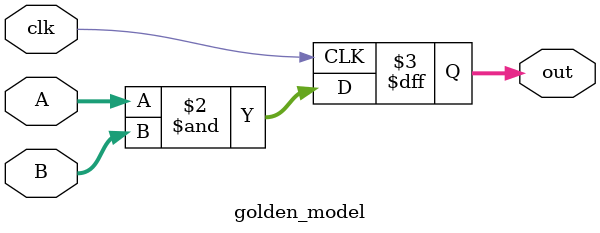
<source format=sv>
module golden_model (

input clk , 
input      [3:0] A , 
input      [3:0] B ,
output reg [3:0] out 
);



always @(posedge clk) begin
	out <= A & B ;
end

endmodule
</source>
